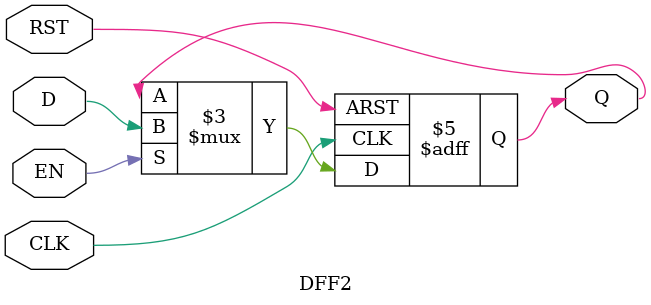
<source format=v>
`timescale 1ns / 1ps
module DFF2(CLK,D,Q,RST,EN);
	output Q;
	input CLK,D,RST,EN;
	reg Q;
		always @(posedge CLK or negedge RST )
		begin
			if(!RST) Q <= 0;
		else if(EN) Q <= D;
		end

endmodule

</source>
